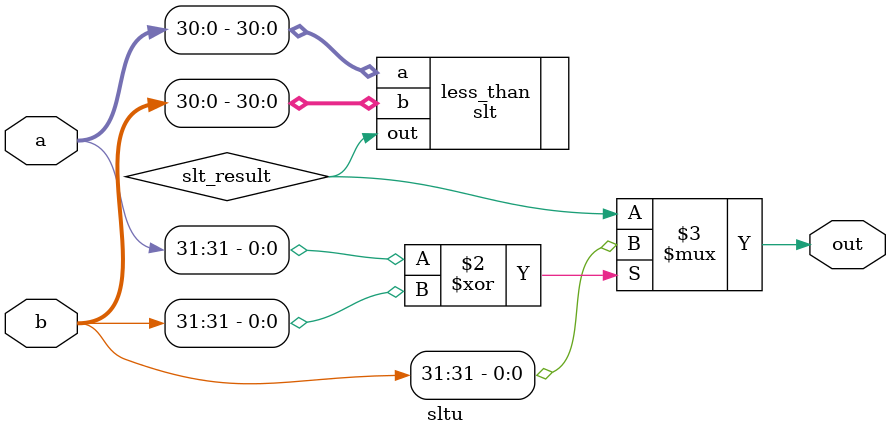
<source format=sv>
module sltu(a, b, out);
parameter N = 32;
input wire signed [N-1:0] a, b;
output logic out;

// Using only *structural* combinational logic, make a module that computes if a is less than b!
// Note: this assumes that the two inputs are signed: aka should be interpreted as two's complement.

// Copy any other modules you use into this folder and update the Makefile accordingly.

// OK, we need to do less than with unsigned numbers. On the one hand, this is a bit simpler, since
// there can't be any overflow.
//
// On the other hand, if either of the inputs has a high most significant bit, then passing it to an
// adder will cause nonsense.
//
// We can split a SLTU b into two cases: either a[N-1] == b[N-1] == 1 (ie. a and b are both ≥ 2^{N-1}),
// in which case the answer comes down to a[N-2:0] and b[N-2:0] (which can just be treated as signed
// numbers, and they're valid and won't overflow). Otherwise, the smaller number is the one with a
// low MSB.

wire slt_result;

slt #(.N(N)) less_than(
	.a(a[N-2:0]),
	.b(b[N-2:0]),
	.out(slt_result)
);

always_comb begin
	out = (
		(a[N-1] ^ b[N-1]) // if signs don't match
		? b[N-1] // then return if b is the bigger one
		: slt_result // else return (a - b) < 0
	);
end


endmodule



</source>
